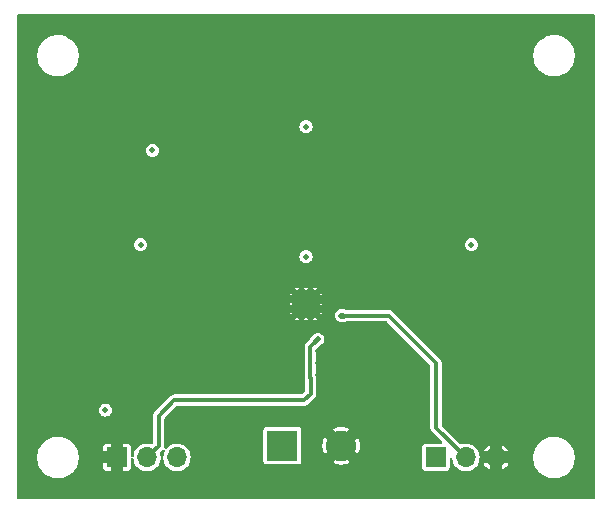
<source format=gbr>
%TF.GenerationSoftware,KiCad,Pcbnew,8.0.2*%
%TF.CreationDate,2025-01-11T01:17:19-03:00*%
%TF.ProjectId,LumiCom_Transmitter,4c756d69-436f-46d5-9f54-72616e736d69,rev?*%
%TF.SameCoordinates,Original*%
%TF.FileFunction,Copper,L4,Bot*%
%TF.FilePolarity,Positive*%
%FSLAX46Y46*%
G04 Gerber Fmt 4.6, Leading zero omitted, Abs format (unit mm)*
G04 Created by KiCad (PCBNEW 8.0.2) date 2025-01-11 01:17:19*
%MOMM*%
%LPD*%
G01*
G04 APERTURE LIST*
%TA.AperFunction,SMDPad,CuDef*%
%ADD10R,4.200000X1.350000*%
%TD*%
%TA.AperFunction,ComponentPad*%
%ADD11R,1.700000X1.700000*%
%TD*%
%TA.AperFunction,ComponentPad*%
%ADD12O,1.700000X1.700000*%
%TD*%
%TA.AperFunction,HeatsinkPad*%
%ADD13C,0.500000*%
%TD*%
%TA.AperFunction,HeatsinkPad*%
%ADD14R,2.100000X2.100000*%
%TD*%
%TA.AperFunction,SMDPad,CuDef*%
%ADD15R,1.350000X4.200000*%
%TD*%
%TA.AperFunction,ComponentPad*%
%ADD16R,2.600000X2.600000*%
%TD*%
%TA.AperFunction,ComponentPad*%
%ADD17C,2.600000*%
%TD*%
%TA.AperFunction,ViaPad*%
%ADD18C,0.500000*%
%TD*%
%TA.AperFunction,ViaPad*%
%ADD19C,0.800000*%
%TD*%
%TA.AperFunction,Conductor*%
%ADD20C,0.349300*%
%TD*%
G04 APERTURE END LIST*
D10*
%TO.P,J2,2,Ext*%
%TO.N,GND*%
X147337500Y-77825000D03*
X147337500Y-72175000D03*
%TD*%
D11*
%TO.P,JP_A1,1,A*%
%TO.N,VCC*%
X136000000Y-88000000D03*
D12*
%TO.P,JP_A1,2,C*%
%TO.N,Net-(JP_A1-C)*%
X138540000Y-88000000D03*
%TO.P,JP_A1,3,B*%
%TO.N,GND*%
X141080000Y-88000000D03*
%TD*%
D13*
%TO.P,U1,17,EPAD*%
%TO.N,GND*%
X124200000Y-74200000D03*
X124200000Y-75000000D03*
X124200000Y-75800000D03*
X125000000Y-74200000D03*
X125000000Y-75000000D03*
D14*
X125000000Y-75000000D03*
D13*
X125000000Y-75800000D03*
X125800000Y-74200000D03*
X125800000Y-75000000D03*
X125800000Y-75800000D03*
%TD*%
D11*
%TO.P,JP_A0,1,A*%
%TO.N,GND*%
X109000000Y-88000000D03*
D12*
%TO.P,JP_A0,2,C*%
%TO.N,Net-(JP_A0-C)*%
X111540000Y-88000000D03*
%TO.P,JP_A0,3,B*%
%TO.N,VCC*%
X114080000Y-88000000D03*
%TD*%
D15*
%TO.P,J5,2,Ext*%
%TO.N,GND*%
X117825000Y-52662500D03*
X112175000Y-52662500D03*
%TD*%
D10*
%TO.P,J3,2,Ext*%
%TO.N,GND*%
X103000000Y-72175000D03*
X103000000Y-77825000D03*
%TD*%
D16*
%TO.P,J1,1,Pin_1*%
%TO.N,Net-(J1-Pin_1)*%
X123000000Y-87000000D03*
D17*
%TO.P,J1,2,Pin_2*%
%TO.N,GND*%
X128000000Y-87000000D03*
%TD*%
D15*
%TO.P,J4,2,Ext*%
%TO.N,GND*%
X137825000Y-52662500D03*
X132175000Y-52662500D03*
%TD*%
D18*
%TO.N,GND*%
X129000000Y-77000000D03*
X129000000Y-79000000D03*
X123000000Y-78000000D03*
X127000000Y-78000000D03*
X126000000Y-79000000D03*
X122000000Y-82000000D03*
X128000000Y-78000000D03*
X121000000Y-79000000D03*
X121000000Y-77000000D03*
X119000000Y-81000000D03*
X119000000Y-78000000D03*
D19*
X106000000Y-78000000D03*
D18*
X121000000Y-82000000D03*
X120000000Y-78000000D03*
X120000000Y-81000000D03*
X124000000Y-81000000D03*
X120000000Y-82000000D03*
X120000000Y-80000000D03*
X111000000Y-80000000D03*
X115000000Y-84000000D03*
X123000000Y-79000000D03*
X123000000Y-77000000D03*
X125000000Y-78000000D03*
X120000000Y-77000000D03*
X119000000Y-79000000D03*
X128000000Y-79000000D03*
X124000000Y-79000000D03*
X128000000Y-81000000D03*
X122000000Y-77000000D03*
X123000000Y-81000000D03*
X131000000Y-78000000D03*
X126000000Y-80000000D03*
X119000000Y-80000000D03*
X130000000Y-80000000D03*
X131000000Y-79000000D03*
X122000000Y-78000000D03*
X124000000Y-80000000D03*
X135000000Y-84000000D03*
X131000000Y-82000000D03*
X129000000Y-78000000D03*
X114000000Y-67000000D03*
X123000000Y-80000000D03*
X130000000Y-79000000D03*
D19*
X132000000Y-56000000D03*
X118000000Y-56000000D03*
D18*
X119000000Y-82000000D03*
X122000000Y-80000000D03*
X136000000Y-67000000D03*
X127000000Y-79000000D03*
X125000000Y-65000000D03*
X129000000Y-82000000D03*
X122000000Y-79000000D03*
D19*
X112000000Y-56000000D03*
D18*
X129000000Y-81000000D03*
X119000000Y-77000000D03*
X128000000Y-77000000D03*
X128000000Y-80000000D03*
X120000000Y-79000000D03*
X126000000Y-81000000D03*
X121000000Y-80000000D03*
X139000000Y-80000000D03*
X121000000Y-78000000D03*
X122000000Y-81000000D03*
X130000000Y-81000000D03*
X127000000Y-81000000D03*
D19*
X144000000Y-78000000D03*
D18*
X128000000Y-82000000D03*
D19*
X144000000Y-72000000D03*
D18*
X131000000Y-80000000D03*
X124000000Y-78000000D03*
D19*
X106000000Y-72000000D03*
D18*
X131000000Y-81000000D03*
X130000000Y-77000000D03*
X129000000Y-80000000D03*
X123000000Y-82000000D03*
D19*
X138000000Y-56000000D03*
D18*
X130000000Y-82000000D03*
X127000000Y-82000000D03*
X103000000Y-62000000D03*
X127000000Y-80000000D03*
X130000000Y-78000000D03*
X131000000Y-77000000D03*
X121000000Y-81000000D03*
%TO.N,VCC*%
X125000000Y-60000000D03*
X112000000Y-62000000D03*
X111000000Y-70000000D03*
X125000000Y-71000000D03*
X108000000Y-84000000D03*
X139000000Y-70000000D03*
%TO.N,Net-(JP_A0-C)*%
X126000000Y-78000000D03*
%TO.N,Net-(JP_A1-C)*%
X128000000Y-76000000D03*
%TD*%
D20*
%TO.N,Net-(JP_A0-C)*%
X124852311Y-83147689D02*
X113852311Y-83147689D01*
X125400000Y-81283389D02*
X125400000Y-82600000D01*
X125375350Y-81258739D02*
X125400000Y-81283389D01*
X126000000Y-78000000D02*
X125375350Y-78624650D01*
X113852311Y-83147689D02*
X112540000Y-84460000D01*
X125400000Y-82600000D02*
X124852311Y-83147689D01*
X112540000Y-87000000D02*
X111540000Y-88000000D01*
X125375350Y-78624650D02*
X125375350Y-81258739D01*
X112540000Y-84460000D02*
X112540000Y-87000000D01*
%TO.N,Net-(JP_A1-C)*%
X136015000Y-85475000D02*
X138540000Y-88000000D01*
X136015000Y-80015000D02*
X136015000Y-85475000D01*
X132000000Y-76000000D02*
X136015000Y-80015000D01*
X128000000Y-76000000D02*
X132000000Y-76000000D01*
%TD*%
%TA.AperFunction,Conductor*%
%TO.N,GND*%
G36*
X149443039Y-50519685D02*
G01*
X149488794Y-50572489D01*
X149500000Y-50624000D01*
X149500000Y-91376000D01*
X149480315Y-91443039D01*
X149427511Y-91488794D01*
X149376000Y-91500000D01*
X100624000Y-91500000D01*
X100556961Y-91480315D01*
X100511206Y-91427511D01*
X100500000Y-91376000D01*
X100500000Y-87885258D01*
X102249500Y-87885258D01*
X102249500Y-88114741D01*
X102259803Y-88192993D01*
X102279452Y-88342238D01*
X102335712Y-88552205D01*
X102338842Y-88563887D01*
X102426650Y-88775876D01*
X102426657Y-88775890D01*
X102541392Y-88974617D01*
X102681081Y-89156661D01*
X102681089Y-89156670D01*
X102843330Y-89318911D01*
X102843338Y-89318918D01*
X103025382Y-89458607D01*
X103025385Y-89458608D01*
X103025388Y-89458611D01*
X103224112Y-89573344D01*
X103224117Y-89573346D01*
X103224123Y-89573349D01*
X103315480Y-89611190D01*
X103436113Y-89661158D01*
X103657762Y-89720548D01*
X103885266Y-89750500D01*
X103885273Y-89750500D01*
X104114727Y-89750500D01*
X104114734Y-89750500D01*
X104342238Y-89720548D01*
X104563887Y-89661158D01*
X104775888Y-89573344D01*
X104974612Y-89458611D01*
X105156661Y-89318919D01*
X105156665Y-89318914D01*
X105156670Y-89318911D01*
X105318911Y-89156670D01*
X105318914Y-89156665D01*
X105318919Y-89156661D01*
X105458611Y-88974612D01*
X105504699Y-88894785D01*
X107850001Y-88894785D01*
X107850002Y-88894808D01*
X107852908Y-88919869D01*
X107852909Y-88919873D01*
X107898211Y-89022474D01*
X107898214Y-89022479D01*
X107977520Y-89101785D01*
X107977525Y-89101788D01*
X108080123Y-89147089D01*
X108105206Y-89149999D01*
X108499999Y-89149999D01*
X108500000Y-89149998D01*
X108500000Y-88500000D01*
X107850001Y-88500000D01*
X107850001Y-88894785D01*
X105504699Y-88894785D01*
X105573344Y-88775888D01*
X105661158Y-88563887D01*
X105720548Y-88342238D01*
X105750500Y-88114734D01*
X105750500Y-87934174D01*
X108500000Y-87934174D01*
X108500000Y-88065826D01*
X108534075Y-88192993D01*
X108599901Y-88307007D01*
X108692993Y-88400099D01*
X108807007Y-88465925D01*
X108934174Y-88500000D01*
X109065826Y-88500000D01*
X109192993Y-88465925D01*
X109307007Y-88400099D01*
X109400099Y-88307007D01*
X109465925Y-88192993D01*
X109500000Y-88065826D01*
X109500000Y-89149999D01*
X109894786Y-89149999D01*
X109894808Y-89149997D01*
X109919869Y-89147091D01*
X109919873Y-89147090D01*
X110022474Y-89101788D01*
X110022479Y-89101785D01*
X110101785Y-89022479D01*
X110101788Y-89022474D01*
X110147089Y-88919877D01*
X110147089Y-88919875D01*
X110149999Y-88894794D01*
X110149999Y-88150653D01*
X110169683Y-88083614D01*
X110222487Y-88037859D01*
X110291646Y-88027915D01*
X110355202Y-88056940D01*
X110392976Y-88115718D01*
X110397470Y-88139211D01*
X110402454Y-88192993D01*
X110404244Y-88212310D01*
X110457675Y-88400099D01*
X110462596Y-88417392D01*
X110462596Y-88417394D01*
X110557632Y-88608253D01*
X110684227Y-88775890D01*
X110686128Y-88778407D01*
X110843698Y-88922052D01*
X111024981Y-89034298D01*
X111223802Y-89111321D01*
X111433390Y-89150500D01*
X111433392Y-89150500D01*
X111646608Y-89150500D01*
X111646610Y-89150500D01*
X111856198Y-89111321D01*
X112055019Y-89034298D01*
X112236302Y-88922052D01*
X112393872Y-88778407D01*
X112522366Y-88608255D01*
X112524013Y-88604947D01*
X112617403Y-88417394D01*
X112617403Y-88417393D01*
X112617405Y-88417389D01*
X112675756Y-88212310D01*
X112686529Y-88096047D01*
X112712315Y-88031111D01*
X112756869Y-87999194D01*
X112720497Y-87978331D01*
X112688307Y-87916318D01*
X112686529Y-87903951D01*
X112684798Y-87885272D01*
X112675756Y-87787690D01*
X112639993Y-87661998D01*
X112640579Y-87592132D01*
X112671576Y-87540385D01*
X112821539Y-87390423D01*
X112821544Y-87390419D01*
X112831747Y-87380215D01*
X112831749Y-87380215D01*
X112835261Y-87376702D01*
X112896580Y-87343217D01*
X112966272Y-87348199D01*
X113022207Y-87390068D01*
X113046627Y-87455531D01*
X113033944Y-87519653D01*
X113002595Y-87582610D01*
X112944244Y-87787689D01*
X112933471Y-87903951D01*
X112907685Y-87968888D01*
X112863130Y-88000804D01*
X112899503Y-88021668D01*
X112931693Y-88083681D01*
X112933470Y-88096047D01*
X112944244Y-88212310D01*
X112997675Y-88400099D01*
X113002596Y-88417392D01*
X113002596Y-88417394D01*
X113097632Y-88608253D01*
X113224227Y-88775890D01*
X113226128Y-88778407D01*
X113383698Y-88922052D01*
X113564981Y-89034298D01*
X113763802Y-89111321D01*
X113973390Y-89150500D01*
X113973392Y-89150500D01*
X114186608Y-89150500D01*
X114186610Y-89150500D01*
X114396198Y-89111321D01*
X114595019Y-89034298D01*
X114776302Y-88922052D01*
X114933872Y-88778407D01*
X115062366Y-88608255D01*
X115064013Y-88604947D01*
X115157403Y-88417394D01*
X115157403Y-88417393D01*
X115157405Y-88417389D01*
X115215756Y-88212310D01*
X115235429Y-88000000D01*
X115215756Y-87787690D01*
X115157405Y-87582611D01*
X115157403Y-87582606D01*
X115157403Y-87582605D01*
X115062367Y-87391746D01*
X114933872Y-87221593D01*
X114894301Y-87185519D01*
X114776302Y-87077948D01*
X114595019Y-86965702D01*
X114595017Y-86965701D01*
X114484967Y-86923068D01*
X114396198Y-86888679D01*
X114186610Y-86849500D01*
X113973390Y-86849500D01*
X113763802Y-86888679D01*
X113763799Y-86888679D01*
X113763799Y-86888680D01*
X113564982Y-86965701D01*
X113564980Y-86965702D01*
X113383699Y-87077947D01*
X113226124Y-87221596D01*
X113216452Y-87234404D01*
X113160342Y-87276038D01*
X113090630Y-87280727D01*
X113029449Y-87246983D01*
X112996224Y-87185519D01*
X112997727Y-87127579D01*
X113003742Y-87105131D01*
X113015151Y-87062555D01*
X113015151Y-86937445D01*
X113015151Y-86929850D01*
X113015150Y-86929832D01*
X113015150Y-85655131D01*
X121399500Y-85655131D01*
X121399500Y-88344856D01*
X121399502Y-88344882D01*
X121402413Y-88369987D01*
X121402415Y-88369991D01*
X121447793Y-88472764D01*
X121447794Y-88472765D01*
X121527235Y-88552206D01*
X121630009Y-88597585D01*
X121655135Y-88600500D01*
X124344864Y-88600499D01*
X124344879Y-88600497D01*
X124344882Y-88600497D01*
X124369987Y-88597586D01*
X124369988Y-88597585D01*
X124369991Y-88597585D01*
X124472765Y-88552206D01*
X124552206Y-88472765D01*
X124570341Y-88431693D01*
X127275411Y-88431693D01*
X127504044Y-88526396D01*
X127748927Y-88585187D01*
X128000000Y-88604947D01*
X128251072Y-88585187D01*
X128495956Y-88526396D01*
X128724587Y-88431693D01*
X128000000Y-87707107D01*
X127275411Y-88431693D01*
X124570341Y-88431693D01*
X124597585Y-88369991D01*
X124600500Y-88344865D01*
X124600499Y-87000000D01*
X126395052Y-87000000D01*
X126414812Y-87251072D01*
X126473604Y-87495957D01*
X126473604Y-87495959D01*
X126568304Y-87724586D01*
X127292893Y-87000000D01*
X127228874Y-86935981D01*
X127350000Y-86935981D01*
X127350000Y-87064019D01*
X127374979Y-87189598D01*
X127423978Y-87307890D01*
X127495112Y-87414351D01*
X127585649Y-87504888D01*
X127692110Y-87576022D01*
X127810402Y-87625021D01*
X127935981Y-87650000D01*
X128064019Y-87650000D01*
X128189598Y-87625021D01*
X128307890Y-87576022D01*
X128414351Y-87504888D01*
X128504888Y-87414351D01*
X128576022Y-87307890D01*
X128625021Y-87189598D01*
X128650000Y-87064019D01*
X128650000Y-86999999D01*
X128707107Y-86999999D01*
X128707107Y-87000001D01*
X129431693Y-87724587D01*
X129526396Y-87495956D01*
X129585187Y-87251072D01*
X129604947Y-87000000D01*
X129585187Y-86748927D01*
X129526396Y-86504044D01*
X129431693Y-86275411D01*
X128707107Y-86999999D01*
X128650000Y-86999999D01*
X128650000Y-86935981D01*
X128625021Y-86810402D01*
X128576022Y-86692110D01*
X128504888Y-86585649D01*
X128414351Y-86495112D01*
X128307890Y-86423978D01*
X128189598Y-86374979D01*
X128064019Y-86350000D01*
X127935981Y-86350000D01*
X127810402Y-86374979D01*
X127692110Y-86423978D01*
X127585649Y-86495112D01*
X127495112Y-86585649D01*
X127423978Y-86692110D01*
X127374979Y-86810402D01*
X127350000Y-86935981D01*
X127228874Y-86935981D01*
X126568304Y-86275411D01*
X126473604Y-86504040D01*
X126473604Y-86504042D01*
X126414812Y-86748927D01*
X126395052Y-87000000D01*
X124600499Y-87000000D01*
X124600499Y-85655136D01*
X124600497Y-85655117D01*
X124597586Y-85630012D01*
X124597585Y-85630010D01*
X124597585Y-85630009D01*
X124570340Y-85568304D01*
X127275411Y-85568304D01*
X128000000Y-86292893D01*
X128000001Y-86292893D01*
X128724587Y-85568304D01*
X128495958Y-85473604D01*
X128251072Y-85414812D01*
X128000000Y-85395052D01*
X127748927Y-85414812D01*
X127504042Y-85473604D01*
X127504040Y-85473604D01*
X127275411Y-85568304D01*
X124570340Y-85568304D01*
X124552206Y-85527235D01*
X124472765Y-85447794D01*
X124398068Y-85414812D01*
X124369992Y-85402415D01*
X124344865Y-85399500D01*
X121655143Y-85399500D01*
X121655117Y-85399502D01*
X121630012Y-85402413D01*
X121630008Y-85402415D01*
X121527235Y-85447793D01*
X121447794Y-85527234D01*
X121402415Y-85630006D01*
X121402415Y-85630008D01*
X121399500Y-85655131D01*
X113015150Y-85655131D01*
X113015150Y-84708176D01*
X113034835Y-84641137D01*
X113051469Y-84620495D01*
X114012806Y-83659158D01*
X114074129Y-83625673D01*
X114100487Y-83622839D01*
X124914863Y-83622839D01*
X124914866Y-83622839D01*
X125035712Y-83590458D01*
X125144060Y-83527904D01*
X125780215Y-82891749D01*
X125842769Y-82783401D01*
X125875150Y-82662555D01*
X125875150Y-82537445D01*
X125875150Y-81220834D01*
X125854725Y-81144607D01*
X125850500Y-81112514D01*
X125850500Y-78872825D01*
X125870185Y-78805786D01*
X125886818Y-78785145D01*
X125937767Y-78734195D01*
X125955101Y-78720622D01*
X125954846Y-78720276D01*
X126130580Y-78590570D01*
X126347300Y-78430617D01*
X126364758Y-78416719D01*
X126364762Y-78416716D01*
X126366041Y-78415619D01*
X126366044Y-78415616D01*
X126366050Y-78415611D01*
X126376148Y-78406075D01*
X126385787Y-78397863D01*
X126392621Y-78392621D01*
X126480861Y-78277625D01*
X126536330Y-78143709D01*
X126555250Y-78000000D01*
X126536330Y-77856291D01*
X126480861Y-77722375D01*
X126392621Y-77607379D01*
X126277625Y-77519139D01*
X126277624Y-77519138D01*
X126277622Y-77519137D01*
X126143712Y-77463671D01*
X126143710Y-77463670D01*
X126143709Y-77463670D01*
X126071854Y-77454210D01*
X126000001Y-77444750D01*
X125999999Y-77444750D01*
X125856291Y-77463670D01*
X125856287Y-77463671D01*
X125722377Y-77519137D01*
X125607375Y-77607382D01*
X125586969Y-77633974D01*
X125573152Y-77649183D01*
X125569387Y-77652692D01*
X125569376Y-77652704D01*
X125323570Y-77985743D01*
X125323571Y-77985744D01*
X125280204Y-78044502D01*
X125280004Y-78044355D01*
X125265861Y-78062173D01*
X125066160Y-78261875D01*
X125066159Y-78261875D01*
X125066160Y-78261876D01*
X124995133Y-78332902D01*
X124932581Y-78441248D01*
X124932581Y-78441249D01*
X124900200Y-78562095D01*
X124900200Y-81196184D01*
X124900200Y-81321294D01*
X124920625Y-81397519D01*
X124924850Y-81429613D01*
X124924850Y-82351824D01*
X124905165Y-82418863D01*
X124888531Y-82439505D01*
X124691816Y-82636220D01*
X124630493Y-82669705D01*
X124604135Y-82672539D01*
X113914866Y-82672539D01*
X113789756Y-82672539D01*
X113699121Y-82696824D01*
X113668909Y-82704920D01*
X113560563Y-82767473D01*
X113560560Y-82767475D01*
X112159786Y-84168249D01*
X112159784Y-84168252D01*
X112097231Y-84276598D01*
X112097231Y-84276599D01*
X112064850Y-84397445D01*
X112064850Y-84397447D01*
X112064850Y-86751824D01*
X112045165Y-86818863D01*
X112028534Y-86839501D01*
X112015128Y-86852908D01*
X112002099Y-86865937D01*
X111940775Y-86899421D01*
X111871083Y-86894435D01*
X111869626Y-86893881D01*
X111856198Y-86888679D01*
X111646610Y-86849500D01*
X111433390Y-86849500D01*
X111223802Y-86888679D01*
X111223799Y-86888679D01*
X111223799Y-86888680D01*
X111024982Y-86965701D01*
X111024980Y-86965702D01*
X110843699Y-87077947D01*
X110686127Y-87221593D01*
X110557632Y-87391746D01*
X110462596Y-87582605D01*
X110462596Y-87582607D01*
X110404244Y-87787689D01*
X110397470Y-87860790D01*
X110371683Y-87925727D01*
X110314883Y-87966414D01*
X110245102Y-87969934D01*
X110184496Y-87935168D01*
X110152306Y-87873155D01*
X110149999Y-87849348D01*
X110149999Y-87105214D01*
X110149997Y-87105191D01*
X110147091Y-87080130D01*
X110147090Y-87080126D01*
X110101788Y-86977525D01*
X110101785Y-86977520D01*
X110022479Y-86898214D01*
X110022474Y-86898211D01*
X109919876Y-86852910D01*
X109894794Y-86850000D01*
X109500000Y-86850000D01*
X109500000Y-87934174D01*
X109465925Y-87807007D01*
X109400099Y-87692993D01*
X109307007Y-87599901D01*
X109192993Y-87534075D01*
X109065826Y-87500000D01*
X108934174Y-87500000D01*
X108807007Y-87534075D01*
X108692993Y-87599901D01*
X108599901Y-87692993D01*
X108534075Y-87807007D01*
X108500000Y-87934174D01*
X105750500Y-87934174D01*
X105750500Y-87885266D01*
X105720548Y-87657762D01*
X105661158Y-87436113D01*
X105594853Y-87276038D01*
X105573349Y-87224123D01*
X105573346Y-87224117D01*
X105573344Y-87224112D01*
X105504693Y-87105205D01*
X107850000Y-87105205D01*
X107850000Y-87500000D01*
X108500000Y-87500000D01*
X108500000Y-86850000D01*
X108105214Y-86850000D01*
X108105191Y-86850002D01*
X108080130Y-86852908D01*
X108080126Y-86852909D01*
X107977525Y-86898211D01*
X107977520Y-86898214D01*
X107898214Y-86977520D01*
X107898211Y-86977525D01*
X107852910Y-87080122D01*
X107852910Y-87080124D01*
X107850000Y-87105205D01*
X105504693Y-87105205D01*
X105458611Y-87025388D01*
X105458608Y-87025385D01*
X105458607Y-87025382D01*
X105326262Y-86852909D01*
X105318919Y-86843339D01*
X105318918Y-86843338D01*
X105318911Y-86843330D01*
X105156670Y-86681089D01*
X105156661Y-86681081D01*
X104974617Y-86541392D01*
X104775890Y-86426657D01*
X104775876Y-86426650D01*
X104563887Y-86338842D01*
X104342238Y-86279452D01*
X104304215Y-86274446D01*
X104114741Y-86249500D01*
X104114734Y-86249500D01*
X103885266Y-86249500D01*
X103885258Y-86249500D01*
X103668715Y-86278009D01*
X103657762Y-86279452D01*
X103607599Y-86292893D01*
X103436112Y-86338842D01*
X103224123Y-86426650D01*
X103224109Y-86426657D01*
X103025382Y-86541392D01*
X102843338Y-86681081D01*
X102681081Y-86843338D01*
X102541392Y-87025382D01*
X102426657Y-87224109D01*
X102426650Y-87224123D01*
X102347856Y-87414351D01*
X102338842Y-87436113D01*
X102294472Y-87601708D01*
X102279453Y-87657759D01*
X102279451Y-87657770D01*
X102249500Y-87885258D01*
X100500000Y-87885258D01*
X100500000Y-83999999D01*
X107444750Y-83999999D01*
X107444750Y-84000000D01*
X107463670Y-84143708D01*
X107463671Y-84143712D01*
X107519137Y-84277622D01*
X107519138Y-84277624D01*
X107519139Y-84277625D01*
X107607379Y-84392621D01*
X107722375Y-84480861D01*
X107856291Y-84536330D01*
X107983280Y-84553048D01*
X107999999Y-84555250D01*
X108000000Y-84555250D01*
X108000001Y-84555250D01*
X108014977Y-84553278D01*
X108143709Y-84536330D01*
X108277625Y-84480861D01*
X108392621Y-84392621D01*
X108480861Y-84277625D01*
X108536330Y-84143709D01*
X108555250Y-84000000D01*
X108536330Y-83856291D01*
X108480861Y-83722375D01*
X108392621Y-83607379D01*
X108277625Y-83519139D01*
X108277624Y-83519138D01*
X108277622Y-83519137D01*
X108143712Y-83463671D01*
X108143710Y-83463670D01*
X108143709Y-83463670D01*
X108071854Y-83454210D01*
X108000001Y-83444750D01*
X107999999Y-83444750D01*
X107856291Y-83463670D01*
X107856287Y-83463671D01*
X107722377Y-83519137D01*
X107607379Y-83607379D01*
X107519137Y-83722377D01*
X107463671Y-83856287D01*
X107463670Y-83856291D01*
X107444750Y-83999999D01*
X100500000Y-83999999D01*
X100500000Y-76324503D01*
X124029048Y-76324503D01*
X124029048Y-76324504D01*
X124056420Y-76335842D01*
X124199999Y-76354746D01*
X124200001Y-76354746D01*
X124343574Y-76335843D01*
X124343578Y-76335842D01*
X124370951Y-76324503D01*
X124829048Y-76324503D01*
X124829048Y-76324504D01*
X124856420Y-76335842D01*
X124999999Y-76354746D01*
X125000001Y-76354746D01*
X125143574Y-76335843D01*
X125143578Y-76335842D01*
X125170951Y-76324503D01*
X125629048Y-76324503D01*
X125629048Y-76324504D01*
X125656420Y-76335842D01*
X125799999Y-76354746D01*
X125800001Y-76354746D01*
X125943574Y-76335843D01*
X125943578Y-76335842D01*
X125970951Y-76324503D01*
X125800001Y-76153553D01*
X125629048Y-76324503D01*
X125170951Y-76324503D01*
X125000001Y-76153553D01*
X124829048Y-76324503D01*
X124370951Y-76324503D01*
X124200001Y-76153553D01*
X124029048Y-76324503D01*
X100500000Y-76324503D01*
X100500000Y-75999999D01*
X127444750Y-75999999D01*
X127444750Y-76000000D01*
X127463670Y-76143708D01*
X127463671Y-76143712D01*
X127519137Y-76277622D01*
X127519138Y-76277624D01*
X127519139Y-76277625D01*
X127607379Y-76392621D01*
X127722375Y-76480861D01*
X127856291Y-76536330D01*
X128000000Y-76555250D01*
X128033234Y-76550873D01*
X128053790Y-76549890D01*
X128058914Y-76550071D01*
X128240534Y-76522700D01*
X128540445Y-76477505D01*
X128540481Y-76477749D01*
X128563083Y-76475150D01*
X131751824Y-76475150D01*
X131818863Y-76494835D01*
X131839505Y-76511469D01*
X135503531Y-80175495D01*
X135537016Y-80236818D01*
X135539850Y-80263176D01*
X135539850Y-85412445D01*
X135539850Y-85537555D01*
X135564623Y-85630008D01*
X135572231Y-85658401D01*
X135634784Y-85766747D01*
X135634786Y-85766750D01*
X136505855Y-86637819D01*
X136539340Y-86699142D01*
X136534356Y-86768834D01*
X136492484Y-86824767D01*
X136427020Y-86849184D01*
X136418174Y-86849500D01*
X135105143Y-86849500D01*
X135105117Y-86849502D01*
X135080012Y-86852413D01*
X135080008Y-86852415D01*
X134977235Y-86897793D01*
X134897794Y-86977234D01*
X134852415Y-87080006D01*
X134852415Y-87080008D01*
X134849500Y-87105131D01*
X134849500Y-88894856D01*
X134849502Y-88894882D01*
X134852413Y-88919987D01*
X134852415Y-88919991D01*
X134897793Y-89022764D01*
X134897794Y-89022765D01*
X134977235Y-89102206D01*
X135080009Y-89147585D01*
X135105135Y-89150500D01*
X136894864Y-89150499D01*
X136894879Y-89150497D01*
X136894882Y-89150497D01*
X136919987Y-89147586D01*
X136919988Y-89147585D01*
X136919991Y-89147585D01*
X137022765Y-89102206D01*
X137102206Y-89022765D01*
X137147585Y-88919991D01*
X137150500Y-88894865D01*
X137150499Y-88156046D01*
X137170183Y-88089009D01*
X137222987Y-88043254D01*
X137292146Y-88033310D01*
X137355702Y-88062335D01*
X137393476Y-88121113D01*
X137397970Y-88144606D01*
X137402454Y-88192993D01*
X137404244Y-88212310D01*
X137457675Y-88400099D01*
X137462596Y-88417392D01*
X137462596Y-88417394D01*
X137557632Y-88608253D01*
X137684227Y-88775890D01*
X137686128Y-88778407D01*
X137843698Y-88922052D01*
X138024981Y-89034298D01*
X138223802Y-89111321D01*
X138433390Y-89150500D01*
X138433392Y-89150500D01*
X138646608Y-89150500D01*
X138646610Y-89150500D01*
X138856198Y-89111321D01*
X139055019Y-89034298D01*
X139236302Y-88922052D01*
X139393872Y-88778407D01*
X139522366Y-88608255D01*
X139524013Y-88604947D01*
X139576270Y-88500000D01*
X140044288Y-88500000D01*
X140098059Y-88607989D01*
X140226500Y-88778071D01*
X140384000Y-88921651D01*
X140384002Y-88921653D01*
X140565202Y-89033847D01*
X140565204Y-89033848D01*
X140580000Y-89039579D01*
X140580000Y-89039578D01*
X141580000Y-89039578D01*
X141594795Y-89033848D01*
X141594797Y-89033847D01*
X141775997Y-88921653D01*
X141775999Y-88921651D01*
X141933499Y-88778071D01*
X142061940Y-88607989D01*
X142115712Y-88500000D01*
X141580000Y-88500000D01*
X141580000Y-89039578D01*
X140580000Y-89039578D01*
X140580000Y-88500000D01*
X140044288Y-88500000D01*
X139576270Y-88500000D01*
X139617403Y-88417394D01*
X139617403Y-88417393D01*
X139617405Y-88417389D01*
X139675756Y-88212310D01*
X139695429Y-88000000D01*
X139689329Y-87934174D01*
X140580000Y-87934174D01*
X140580000Y-88065826D01*
X140614075Y-88192993D01*
X140679901Y-88307007D01*
X140772993Y-88400099D01*
X140887007Y-88465925D01*
X141014174Y-88500000D01*
X141145826Y-88500000D01*
X141272993Y-88465925D01*
X141387007Y-88400099D01*
X141480099Y-88307007D01*
X141545925Y-88192993D01*
X141580000Y-88065826D01*
X141580000Y-87934174D01*
X141566893Y-87885258D01*
X144249500Y-87885258D01*
X144249500Y-88114741D01*
X144259803Y-88192993D01*
X144279452Y-88342238D01*
X144335712Y-88552205D01*
X144338842Y-88563887D01*
X144426650Y-88775876D01*
X144426657Y-88775890D01*
X144541392Y-88974617D01*
X144681081Y-89156661D01*
X144681089Y-89156670D01*
X144843330Y-89318911D01*
X144843338Y-89318918D01*
X145025382Y-89458607D01*
X145025385Y-89458608D01*
X145025388Y-89458611D01*
X145224112Y-89573344D01*
X145224117Y-89573346D01*
X145224123Y-89573349D01*
X145315480Y-89611190D01*
X145436113Y-89661158D01*
X145657762Y-89720548D01*
X145885266Y-89750500D01*
X145885273Y-89750500D01*
X146114727Y-89750500D01*
X146114734Y-89750500D01*
X146342238Y-89720548D01*
X146563887Y-89661158D01*
X146775888Y-89573344D01*
X146974612Y-89458611D01*
X147156661Y-89318919D01*
X147156665Y-89318914D01*
X147156670Y-89318911D01*
X147318911Y-89156670D01*
X147318914Y-89156665D01*
X147318919Y-89156661D01*
X147458611Y-88974612D01*
X147573344Y-88775888D01*
X147661158Y-88563887D01*
X147720548Y-88342238D01*
X147750500Y-88114734D01*
X147750500Y-87885266D01*
X147720548Y-87657762D01*
X147661158Y-87436113D01*
X147594853Y-87276038D01*
X147573349Y-87224123D01*
X147573346Y-87224117D01*
X147573344Y-87224112D01*
X147458611Y-87025388D01*
X147458608Y-87025385D01*
X147458607Y-87025382D01*
X147326262Y-86852909D01*
X147318919Y-86843339D01*
X147318918Y-86843338D01*
X147318911Y-86843330D01*
X147156670Y-86681089D01*
X147156661Y-86681081D01*
X146974617Y-86541392D01*
X146775890Y-86426657D01*
X146775876Y-86426650D01*
X146563887Y-86338842D01*
X146342238Y-86279452D01*
X146304215Y-86274446D01*
X146114741Y-86249500D01*
X146114734Y-86249500D01*
X145885266Y-86249500D01*
X145885258Y-86249500D01*
X145668715Y-86278009D01*
X145657762Y-86279452D01*
X145607599Y-86292893D01*
X145436112Y-86338842D01*
X145224123Y-86426650D01*
X145224109Y-86426657D01*
X145025382Y-86541392D01*
X144843338Y-86681081D01*
X144681081Y-86843338D01*
X144541392Y-87025382D01*
X144426657Y-87224109D01*
X144426650Y-87224123D01*
X144347856Y-87414351D01*
X144338842Y-87436113D01*
X144294472Y-87601708D01*
X144279453Y-87657759D01*
X144279451Y-87657770D01*
X144249500Y-87885258D01*
X141566893Y-87885258D01*
X141545925Y-87807007D01*
X141480099Y-87692993D01*
X141387007Y-87599901D01*
X141272993Y-87534075D01*
X141145826Y-87500000D01*
X141580000Y-87500000D01*
X142115712Y-87500000D01*
X142115712Y-87499999D01*
X142061940Y-87392010D01*
X141933499Y-87221928D01*
X141775999Y-87078348D01*
X141775997Y-87078346D01*
X141594801Y-86966155D01*
X141594793Y-86966151D01*
X141580000Y-86960419D01*
X141580000Y-87500000D01*
X141145826Y-87500000D01*
X141014174Y-87500000D01*
X140887007Y-87534075D01*
X140772993Y-87599901D01*
X140679901Y-87692993D01*
X140614075Y-87807007D01*
X140580000Y-87934174D01*
X139689329Y-87934174D01*
X139675756Y-87787690D01*
X139617405Y-87582611D01*
X139617403Y-87582606D01*
X139617403Y-87582605D01*
X139576270Y-87499999D01*
X140044287Y-87499999D01*
X140044288Y-87500000D01*
X140580000Y-87500000D01*
X140580000Y-86960420D01*
X140579999Y-86960419D01*
X140565206Y-86966151D01*
X140565198Y-86966155D01*
X140384002Y-87078346D01*
X140384000Y-87078348D01*
X140226500Y-87221928D01*
X140098059Y-87392010D01*
X140044287Y-87499999D01*
X139576270Y-87499999D01*
X139522367Y-87391746D01*
X139393872Y-87221593D01*
X139354301Y-87185519D01*
X139236302Y-87077948D01*
X139055019Y-86965702D01*
X139055017Y-86965701D01*
X138944967Y-86923068D01*
X138856198Y-86888679D01*
X138646610Y-86849500D01*
X138433390Y-86849500D01*
X138223802Y-86888679D01*
X138210377Y-86893880D01*
X138210374Y-86893881D01*
X138140750Y-86899743D01*
X138079010Y-86867033D01*
X138077899Y-86865935D01*
X136526469Y-85314505D01*
X136492984Y-85253182D01*
X136490150Y-85226824D01*
X136490150Y-79952447D01*
X136490150Y-79952445D01*
X136457769Y-79831599D01*
X136395215Y-79723251D01*
X136306749Y-79634785D01*
X132291749Y-75619785D01*
X132183401Y-75557231D01*
X132183402Y-75557231D01*
X132153189Y-75549135D01*
X132062555Y-75524850D01*
X132062552Y-75524850D01*
X128563165Y-75524850D01*
X128541301Y-75522192D01*
X128541238Y-75522615D01*
X128535572Y-75521761D01*
X128535569Y-75521760D01*
X128058903Y-75449927D01*
X128058901Y-75449926D01*
X128058896Y-75449926D01*
X128044744Y-75448316D01*
X128036851Y-75447419D01*
X128035164Y-75447289D01*
X128032659Y-75447216D01*
X128021140Y-75446883D01*
X128008551Y-75445875D01*
X128000003Y-75444750D01*
X127999999Y-75444750D01*
X127856291Y-75463670D01*
X127856287Y-75463671D01*
X127722377Y-75519137D01*
X127607379Y-75607379D01*
X127519137Y-75722377D01*
X127463671Y-75856287D01*
X127463670Y-75856291D01*
X127444750Y-75999999D01*
X100500000Y-75999999D01*
X100500000Y-75799999D01*
X123645254Y-75799999D01*
X123645254Y-75800000D01*
X123664157Y-75943579D01*
X123664157Y-75943580D01*
X123675494Y-75970950D01*
X123846446Y-75799999D01*
X123816610Y-75770163D01*
X124050000Y-75770163D01*
X124050000Y-75829837D01*
X124072836Y-75884968D01*
X124115032Y-75927164D01*
X124170163Y-75950000D01*
X124229837Y-75950000D01*
X124284968Y-75927164D01*
X124327164Y-75884968D01*
X124350000Y-75829837D01*
X124350000Y-75800000D01*
X124553553Y-75800000D01*
X124600000Y-75846447D01*
X124646447Y-75800000D01*
X124616610Y-75770163D01*
X124850000Y-75770163D01*
X124850000Y-75829837D01*
X124872836Y-75884968D01*
X124915032Y-75927164D01*
X124970163Y-75950000D01*
X125029837Y-75950000D01*
X125084968Y-75927164D01*
X125127164Y-75884968D01*
X125150000Y-75829837D01*
X125150000Y-75800000D01*
X125353553Y-75800000D01*
X125400000Y-75846447D01*
X125446447Y-75800000D01*
X125416610Y-75770163D01*
X125650000Y-75770163D01*
X125650000Y-75829837D01*
X125672836Y-75884968D01*
X125715032Y-75927164D01*
X125770163Y-75950000D01*
X125829837Y-75950000D01*
X125884968Y-75927164D01*
X125927164Y-75884968D01*
X125950000Y-75829837D01*
X125950000Y-75800000D01*
X126153553Y-75800000D01*
X126153553Y-75800001D01*
X126324503Y-75970951D01*
X126335842Y-75943578D01*
X126335843Y-75943574D01*
X126354746Y-75800000D01*
X126354746Y-75799999D01*
X126335842Y-75656420D01*
X126324504Y-75629048D01*
X126324503Y-75629048D01*
X126153553Y-75800000D01*
X125950000Y-75800000D01*
X125950000Y-75770163D01*
X125927164Y-75715032D01*
X125884968Y-75672836D01*
X125829837Y-75650000D01*
X125770163Y-75650000D01*
X125715032Y-75672836D01*
X125672836Y-75715032D01*
X125650000Y-75770163D01*
X125416610Y-75770163D01*
X125400000Y-75753553D01*
X125353553Y-75800000D01*
X125150000Y-75800000D01*
X125150000Y-75770163D01*
X125127164Y-75715032D01*
X125084968Y-75672836D01*
X125029837Y-75650000D01*
X124970163Y-75650000D01*
X124915032Y-75672836D01*
X124872836Y-75715032D01*
X124850000Y-75770163D01*
X124616610Y-75770163D01*
X124600000Y-75753553D01*
X124553553Y-75800000D01*
X124350000Y-75800000D01*
X124350000Y-75770163D01*
X124327164Y-75715032D01*
X124284968Y-75672836D01*
X124229837Y-75650000D01*
X124170163Y-75650000D01*
X124115032Y-75672836D01*
X124072836Y-75715032D01*
X124050000Y-75770163D01*
X123816610Y-75770163D01*
X123675495Y-75629048D01*
X123664156Y-75656422D01*
X123645254Y-75799999D01*
X100500000Y-75799999D01*
X100500000Y-75400000D01*
X124153553Y-75400000D01*
X124200000Y-75446447D01*
X124246447Y-75400000D01*
X124953553Y-75400000D01*
X125000000Y-75446447D01*
X125046447Y-75400000D01*
X125753553Y-75400000D01*
X125800000Y-75446447D01*
X125846447Y-75400000D01*
X125800000Y-75353553D01*
X125753553Y-75400000D01*
X125046447Y-75400000D01*
X125000000Y-75353553D01*
X124953553Y-75400000D01*
X124246447Y-75400000D01*
X124200000Y-75353553D01*
X124153553Y-75400000D01*
X100500000Y-75400000D01*
X100500000Y-74999999D01*
X123645254Y-74999999D01*
X123645254Y-75000000D01*
X123664157Y-75143579D01*
X123664157Y-75143580D01*
X123675494Y-75170950D01*
X123846446Y-74999999D01*
X123816610Y-74970163D01*
X124050000Y-74970163D01*
X124050000Y-75029837D01*
X124072836Y-75084968D01*
X124115032Y-75127164D01*
X124170163Y-75150000D01*
X124229837Y-75150000D01*
X124284968Y-75127164D01*
X124327164Y-75084968D01*
X124350000Y-75029837D01*
X124350000Y-75000000D01*
X124553553Y-75000000D01*
X124600000Y-75046447D01*
X124646447Y-75000000D01*
X124616610Y-74970163D01*
X124850000Y-74970163D01*
X124850000Y-75029837D01*
X124872836Y-75084968D01*
X124915032Y-75127164D01*
X124970163Y-75150000D01*
X125029837Y-75150000D01*
X125084968Y-75127164D01*
X125127164Y-75084968D01*
X125150000Y-75029837D01*
X125150000Y-75000000D01*
X125353553Y-75000000D01*
X125400000Y-75046447D01*
X125446447Y-75000000D01*
X125416610Y-74970163D01*
X125650000Y-74970163D01*
X125650000Y-75029837D01*
X125672836Y-75084968D01*
X125715032Y-75127164D01*
X125770163Y-75150000D01*
X125829837Y-75150000D01*
X125884968Y-75127164D01*
X125927164Y-75084968D01*
X125950000Y-75029837D01*
X125950000Y-75000000D01*
X126153553Y-75000000D01*
X126153553Y-75000001D01*
X126324503Y-75170951D01*
X126335842Y-75143578D01*
X126335843Y-75143574D01*
X126354746Y-75000000D01*
X126354746Y-74999999D01*
X126335842Y-74856420D01*
X126324504Y-74829048D01*
X126324503Y-74829048D01*
X126153553Y-75000000D01*
X125950000Y-75000000D01*
X125950000Y-74970163D01*
X125927164Y-74915032D01*
X125884968Y-74872836D01*
X125829837Y-74850000D01*
X125770163Y-74850000D01*
X125715032Y-74872836D01*
X125672836Y-74915032D01*
X125650000Y-74970163D01*
X125416610Y-74970163D01*
X125400000Y-74953553D01*
X125353553Y-75000000D01*
X125150000Y-75000000D01*
X125150000Y-74970163D01*
X125127164Y-74915032D01*
X125084968Y-74872836D01*
X125029837Y-74850000D01*
X124970163Y-74850000D01*
X124915032Y-74872836D01*
X124872836Y-74915032D01*
X124850000Y-74970163D01*
X124616610Y-74970163D01*
X124600000Y-74953553D01*
X124553553Y-75000000D01*
X124350000Y-75000000D01*
X124350000Y-74970163D01*
X124327164Y-74915032D01*
X124284968Y-74872836D01*
X124229837Y-74850000D01*
X124170163Y-74850000D01*
X124115032Y-74872836D01*
X124072836Y-74915032D01*
X124050000Y-74970163D01*
X123816610Y-74970163D01*
X123675495Y-74829048D01*
X123664156Y-74856422D01*
X123645254Y-74999999D01*
X100500000Y-74999999D01*
X100500000Y-74600000D01*
X124153553Y-74600000D01*
X124200000Y-74646447D01*
X124246447Y-74600000D01*
X124953553Y-74600000D01*
X125000000Y-74646447D01*
X125046447Y-74600000D01*
X125753553Y-74600000D01*
X125800000Y-74646447D01*
X125846447Y-74600000D01*
X125800000Y-74553553D01*
X125753553Y-74600000D01*
X125046447Y-74600000D01*
X125000000Y-74553553D01*
X124953553Y-74600000D01*
X124246447Y-74600000D01*
X124200000Y-74553553D01*
X124153553Y-74600000D01*
X100500000Y-74600000D01*
X100500000Y-74199999D01*
X123645254Y-74199999D01*
X123645254Y-74200000D01*
X123664157Y-74343579D01*
X123664157Y-74343580D01*
X123675494Y-74370950D01*
X123846446Y-74199999D01*
X123816610Y-74170163D01*
X124050000Y-74170163D01*
X124050000Y-74229837D01*
X124072836Y-74284968D01*
X124115032Y-74327164D01*
X124170163Y-74350000D01*
X124229837Y-74350000D01*
X124284968Y-74327164D01*
X124327164Y-74284968D01*
X124350000Y-74229837D01*
X124350000Y-74200000D01*
X124553553Y-74200000D01*
X124600000Y-74246447D01*
X124646447Y-74200000D01*
X124616610Y-74170163D01*
X124850000Y-74170163D01*
X124850000Y-74229837D01*
X124872836Y-74284968D01*
X124915032Y-74327164D01*
X124970163Y-74350000D01*
X125029837Y-74350000D01*
X125084968Y-74327164D01*
X125127164Y-74284968D01*
X125150000Y-74229837D01*
X125150000Y-74200000D01*
X125353553Y-74200000D01*
X125400000Y-74246447D01*
X125446447Y-74200000D01*
X125416610Y-74170163D01*
X125650000Y-74170163D01*
X125650000Y-74229837D01*
X125672836Y-74284968D01*
X125715032Y-74327164D01*
X125770163Y-74350000D01*
X125829837Y-74350000D01*
X125884968Y-74327164D01*
X125927164Y-74284968D01*
X125950000Y-74229837D01*
X125950000Y-74200000D01*
X126153553Y-74200000D01*
X126153553Y-74200001D01*
X126324503Y-74370951D01*
X126335842Y-74343578D01*
X126335843Y-74343574D01*
X126354746Y-74200000D01*
X126354746Y-74199999D01*
X126335842Y-74056420D01*
X126324504Y-74029048D01*
X126324503Y-74029048D01*
X126153553Y-74200000D01*
X125950000Y-74200000D01*
X125950000Y-74170163D01*
X125927164Y-74115032D01*
X125884968Y-74072836D01*
X125829837Y-74050000D01*
X125770163Y-74050000D01*
X125715032Y-74072836D01*
X125672836Y-74115032D01*
X125650000Y-74170163D01*
X125416610Y-74170163D01*
X125400000Y-74153553D01*
X125353553Y-74200000D01*
X125150000Y-74200000D01*
X125150000Y-74170163D01*
X125127164Y-74115032D01*
X125084968Y-74072836D01*
X125029837Y-74050000D01*
X124970163Y-74050000D01*
X124915032Y-74072836D01*
X124872836Y-74115032D01*
X124850000Y-74170163D01*
X124616610Y-74170163D01*
X124600000Y-74153553D01*
X124553553Y-74200000D01*
X124350000Y-74200000D01*
X124350000Y-74170163D01*
X124327164Y-74115032D01*
X124284968Y-74072836D01*
X124229837Y-74050000D01*
X124170163Y-74050000D01*
X124115032Y-74072836D01*
X124072836Y-74115032D01*
X124050000Y-74170163D01*
X123816610Y-74170163D01*
X123675495Y-74029048D01*
X123664156Y-74056422D01*
X123645254Y-74199999D01*
X100500000Y-74199999D01*
X100500000Y-73675495D01*
X124029048Y-73675495D01*
X124199999Y-73846446D01*
X124370949Y-73675495D01*
X124829048Y-73675495D01*
X124999999Y-73846446D01*
X125170949Y-73675495D01*
X125629048Y-73675495D01*
X125799999Y-73846446D01*
X125970950Y-73675494D01*
X125943579Y-73664157D01*
X125800001Y-73645254D01*
X125799999Y-73645254D01*
X125656422Y-73664156D01*
X125629048Y-73675495D01*
X125170949Y-73675495D01*
X125170950Y-73675494D01*
X125143579Y-73664157D01*
X125000001Y-73645254D01*
X124999999Y-73645254D01*
X124856422Y-73664156D01*
X124829048Y-73675495D01*
X124370949Y-73675495D01*
X124370950Y-73675494D01*
X124343579Y-73664157D01*
X124200001Y-73645254D01*
X124199999Y-73645254D01*
X124056422Y-73664156D01*
X124029048Y-73675495D01*
X100500000Y-73675495D01*
X100500000Y-70999999D01*
X124444750Y-70999999D01*
X124444750Y-71000000D01*
X124463670Y-71143708D01*
X124463671Y-71143712D01*
X124519137Y-71277622D01*
X124519138Y-71277624D01*
X124519139Y-71277625D01*
X124607379Y-71392621D01*
X124722375Y-71480861D01*
X124856291Y-71536330D01*
X124983280Y-71553048D01*
X124999999Y-71555250D01*
X125000000Y-71555250D01*
X125000001Y-71555250D01*
X125014977Y-71553278D01*
X125143709Y-71536330D01*
X125277625Y-71480861D01*
X125392621Y-71392621D01*
X125480861Y-71277625D01*
X125536330Y-71143709D01*
X125555250Y-71000000D01*
X125536330Y-70856291D01*
X125480861Y-70722375D01*
X125392621Y-70607379D01*
X125277625Y-70519139D01*
X125277624Y-70519138D01*
X125277622Y-70519137D01*
X125143712Y-70463671D01*
X125143710Y-70463670D01*
X125143709Y-70463670D01*
X125071854Y-70454210D01*
X125000001Y-70444750D01*
X124999999Y-70444750D01*
X124856291Y-70463670D01*
X124856287Y-70463671D01*
X124722377Y-70519137D01*
X124607379Y-70607379D01*
X124519137Y-70722377D01*
X124463671Y-70856287D01*
X124463670Y-70856291D01*
X124444750Y-70999999D01*
X100500000Y-70999999D01*
X100500000Y-69999999D01*
X110444750Y-69999999D01*
X110444750Y-70000000D01*
X110463670Y-70143708D01*
X110463671Y-70143712D01*
X110519137Y-70277622D01*
X110519138Y-70277624D01*
X110519139Y-70277625D01*
X110607379Y-70392621D01*
X110722375Y-70480861D01*
X110856291Y-70536330D01*
X110983280Y-70553048D01*
X110999999Y-70555250D01*
X111000000Y-70555250D01*
X111000001Y-70555250D01*
X111014977Y-70553278D01*
X111143709Y-70536330D01*
X111277625Y-70480861D01*
X111392621Y-70392621D01*
X111480861Y-70277625D01*
X111536330Y-70143709D01*
X111555250Y-70000000D01*
X111555250Y-69999999D01*
X138444750Y-69999999D01*
X138444750Y-70000000D01*
X138463670Y-70143708D01*
X138463671Y-70143712D01*
X138519137Y-70277622D01*
X138519138Y-70277624D01*
X138519139Y-70277625D01*
X138607379Y-70392621D01*
X138722375Y-70480861D01*
X138856291Y-70536330D01*
X138983280Y-70553048D01*
X138999999Y-70555250D01*
X139000000Y-70555250D01*
X139000001Y-70555250D01*
X139014977Y-70553278D01*
X139143709Y-70536330D01*
X139277625Y-70480861D01*
X139392621Y-70392621D01*
X139480861Y-70277625D01*
X139536330Y-70143709D01*
X139555250Y-70000000D01*
X139536330Y-69856291D01*
X139480861Y-69722375D01*
X139392621Y-69607379D01*
X139277625Y-69519139D01*
X139277624Y-69519138D01*
X139277622Y-69519137D01*
X139143712Y-69463671D01*
X139143710Y-69463670D01*
X139143709Y-69463670D01*
X139071854Y-69454210D01*
X139000001Y-69444750D01*
X138999999Y-69444750D01*
X138856291Y-69463670D01*
X138856287Y-69463671D01*
X138722377Y-69519137D01*
X138607379Y-69607379D01*
X138519137Y-69722377D01*
X138463671Y-69856287D01*
X138463670Y-69856291D01*
X138444750Y-69999999D01*
X111555250Y-69999999D01*
X111536330Y-69856291D01*
X111480861Y-69722375D01*
X111392621Y-69607379D01*
X111277625Y-69519139D01*
X111277624Y-69519138D01*
X111277622Y-69519137D01*
X111143712Y-69463671D01*
X111143710Y-69463670D01*
X111143709Y-69463670D01*
X111071854Y-69454210D01*
X111000001Y-69444750D01*
X110999999Y-69444750D01*
X110856291Y-69463670D01*
X110856287Y-69463671D01*
X110722377Y-69519137D01*
X110607379Y-69607379D01*
X110519137Y-69722377D01*
X110463671Y-69856287D01*
X110463670Y-69856291D01*
X110444750Y-69999999D01*
X100500000Y-69999999D01*
X100500000Y-61999999D01*
X111444750Y-61999999D01*
X111444750Y-62000000D01*
X111463670Y-62143708D01*
X111463671Y-62143712D01*
X111519137Y-62277622D01*
X111519138Y-62277624D01*
X111519139Y-62277625D01*
X111607379Y-62392621D01*
X111722375Y-62480861D01*
X111856291Y-62536330D01*
X111983280Y-62553048D01*
X111999999Y-62555250D01*
X112000000Y-62555250D01*
X112000001Y-62555250D01*
X112014977Y-62553278D01*
X112143709Y-62536330D01*
X112277625Y-62480861D01*
X112392621Y-62392621D01*
X112480861Y-62277625D01*
X112536330Y-62143709D01*
X112555250Y-62000000D01*
X112536330Y-61856291D01*
X112480861Y-61722375D01*
X112392621Y-61607379D01*
X112277625Y-61519139D01*
X112277624Y-61519138D01*
X112277622Y-61519137D01*
X112143712Y-61463671D01*
X112143710Y-61463670D01*
X112143709Y-61463670D01*
X112071854Y-61454210D01*
X112000001Y-61444750D01*
X111999999Y-61444750D01*
X111856291Y-61463670D01*
X111856287Y-61463671D01*
X111722377Y-61519137D01*
X111607379Y-61607379D01*
X111519137Y-61722377D01*
X111463671Y-61856287D01*
X111463670Y-61856291D01*
X111444750Y-61999999D01*
X100500000Y-61999999D01*
X100500000Y-59999999D01*
X124444750Y-59999999D01*
X124444750Y-60000000D01*
X124463670Y-60143708D01*
X124463671Y-60143712D01*
X124519137Y-60277622D01*
X124519138Y-60277624D01*
X124519139Y-60277625D01*
X124607379Y-60392621D01*
X124722375Y-60480861D01*
X124856291Y-60536330D01*
X124983280Y-60553048D01*
X124999999Y-60555250D01*
X125000000Y-60555250D01*
X125000001Y-60555250D01*
X125014977Y-60553278D01*
X125143709Y-60536330D01*
X125277625Y-60480861D01*
X125392621Y-60392621D01*
X125480861Y-60277625D01*
X125536330Y-60143709D01*
X125555250Y-60000000D01*
X125536330Y-59856291D01*
X125480861Y-59722375D01*
X125392621Y-59607379D01*
X125277625Y-59519139D01*
X125277624Y-59519138D01*
X125277622Y-59519137D01*
X125143712Y-59463671D01*
X125143710Y-59463670D01*
X125143709Y-59463670D01*
X125071854Y-59454210D01*
X125000001Y-59444750D01*
X124999999Y-59444750D01*
X124856291Y-59463670D01*
X124856287Y-59463671D01*
X124722377Y-59519137D01*
X124607379Y-59607379D01*
X124519137Y-59722377D01*
X124463671Y-59856287D01*
X124463670Y-59856291D01*
X124444750Y-59999999D01*
X100500000Y-59999999D01*
X100500000Y-53885258D01*
X102249500Y-53885258D01*
X102249500Y-54114741D01*
X102274446Y-54304215D01*
X102279452Y-54342238D01*
X102279453Y-54342240D01*
X102338842Y-54563887D01*
X102426650Y-54775876D01*
X102426657Y-54775890D01*
X102541392Y-54974617D01*
X102681081Y-55156661D01*
X102681089Y-55156670D01*
X102843330Y-55318911D01*
X102843338Y-55318918D01*
X103025382Y-55458607D01*
X103025385Y-55458608D01*
X103025388Y-55458611D01*
X103224112Y-55573344D01*
X103224117Y-55573346D01*
X103224123Y-55573349D01*
X103315480Y-55611190D01*
X103436113Y-55661158D01*
X103657762Y-55720548D01*
X103885266Y-55750500D01*
X103885273Y-55750500D01*
X104114727Y-55750500D01*
X104114734Y-55750500D01*
X104342238Y-55720548D01*
X104563887Y-55661158D01*
X104775888Y-55573344D01*
X104974612Y-55458611D01*
X105156661Y-55318919D01*
X105156665Y-55318914D01*
X105156670Y-55318911D01*
X105318911Y-55156670D01*
X105318914Y-55156665D01*
X105318919Y-55156661D01*
X105458611Y-54974612D01*
X105573344Y-54775888D01*
X105661158Y-54563887D01*
X105720548Y-54342238D01*
X105750500Y-54114734D01*
X105750500Y-53885266D01*
X105750499Y-53885258D01*
X144249500Y-53885258D01*
X144249500Y-54114741D01*
X144274446Y-54304215D01*
X144279452Y-54342238D01*
X144279453Y-54342240D01*
X144338842Y-54563887D01*
X144426650Y-54775876D01*
X144426657Y-54775890D01*
X144541392Y-54974617D01*
X144681081Y-55156661D01*
X144681089Y-55156670D01*
X144843330Y-55318911D01*
X144843338Y-55318918D01*
X145025382Y-55458607D01*
X145025385Y-55458608D01*
X145025388Y-55458611D01*
X145224112Y-55573344D01*
X145224117Y-55573346D01*
X145224123Y-55573349D01*
X145315480Y-55611190D01*
X145436113Y-55661158D01*
X145657762Y-55720548D01*
X145885266Y-55750500D01*
X145885273Y-55750500D01*
X146114727Y-55750500D01*
X146114734Y-55750500D01*
X146342238Y-55720548D01*
X146563887Y-55661158D01*
X146775888Y-55573344D01*
X146974612Y-55458611D01*
X147156661Y-55318919D01*
X147156665Y-55318914D01*
X147156670Y-55318911D01*
X147318911Y-55156670D01*
X147318914Y-55156665D01*
X147318919Y-55156661D01*
X147458611Y-54974612D01*
X147573344Y-54775888D01*
X147661158Y-54563887D01*
X147720548Y-54342238D01*
X147750500Y-54114734D01*
X147750500Y-53885266D01*
X147720548Y-53657762D01*
X147661158Y-53436113D01*
X147573344Y-53224112D01*
X147458611Y-53025388D01*
X147458608Y-53025385D01*
X147458607Y-53025382D01*
X147318918Y-52843338D01*
X147318911Y-52843330D01*
X147156670Y-52681089D01*
X147156661Y-52681081D01*
X146974617Y-52541392D01*
X146775890Y-52426657D01*
X146775876Y-52426650D01*
X146563887Y-52338842D01*
X146342238Y-52279452D01*
X146304215Y-52274446D01*
X146114741Y-52249500D01*
X146114734Y-52249500D01*
X145885266Y-52249500D01*
X145885258Y-52249500D01*
X145668715Y-52278009D01*
X145657762Y-52279452D01*
X145564076Y-52304554D01*
X145436112Y-52338842D01*
X145224123Y-52426650D01*
X145224109Y-52426657D01*
X145025382Y-52541392D01*
X144843338Y-52681081D01*
X144681081Y-52843338D01*
X144541392Y-53025382D01*
X144426657Y-53224109D01*
X144426650Y-53224123D01*
X144338842Y-53436112D01*
X144279453Y-53657759D01*
X144279451Y-53657770D01*
X144249500Y-53885258D01*
X105750499Y-53885258D01*
X105720548Y-53657762D01*
X105661158Y-53436113D01*
X105573344Y-53224112D01*
X105458611Y-53025388D01*
X105458608Y-53025385D01*
X105458607Y-53025382D01*
X105318918Y-52843338D01*
X105318911Y-52843330D01*
X105156670Y-52681089D01*
X105156661Y-52681081D01*
X104974617Y-52541392D01*
X104775890Y-52426657D01*
X104775876Y-52426650D01*
X104563887Y-52338842D01*
X104342238Y-52279452D01*
X104304215Y-52274446D01*
X104114741Y-52249500D01*
X104114734Y-52249500D01*
X103885266Y-52249500D01*
X103885258Y-52249500D01*
X103668715Y-52278009D01*
X103657762Y-52279452D01*
X103564076Y-52304554D01*
X103436112Y-52338842D01*
X103224123Y-52426650D01*
X103224109Y-52426657D01*
X103025382Y-52541392D01*
X102843338Y-52681081D01*
X102681081Y-52843338D01*
X102541392Y-53025382D01*
X102426657Y-53224109D01*
X102426650Y-53224123D01*
X102338842Y-53436112D01*
X102279453Y-53657759D01*
X102279451Y-53657770D01*
X102249500Y-53885258D01*
X100500000Y-53885258D01*
X100500000Y-50624000D01*
X100519685Y-50556961D01*
X100572489Y-50511206D01*
X100624000Y-50500000D01*
X149376000Y-50500000D01*
X149443039Y-50519685D01*
G37*
%TD.AperFunction*%
%TD*%
%TA.AperFunction,Conductor*%
%TO.N,Net-(JP_A0-C)*%
G36*
X125831544Y-77831651D02*
G01*
X125832832Y-77832756D01*
X125893624Y-77893063D01*
X126000673Y-77999260D01*
X126000739Y-77999326D01*
X126167240Y-78167163D01*
X126170634Y-78175450D01*
X126167174Y-78183709D01*
X126165882Y-78184817D01*
X125778043Y-78471069D01*
X125769351Y-78473224D01*
X125762822Y-78469928D01*
X125530071Y-78237177D01*
X125526644Y-78228904D01*
X125528930Y-78221956D01*
X125569371Y-78167163D01*
X125815182Y-77834116D01*
X125822852Y-77829496D01*
X125831544Y-77831651D01*
G37*
%TD.AperFunction*%
%TD*%
%TA.AperFunction,Conductor*%
%TO.N,Net-(JP_A1-C)*%
G36*
X128013379Y-75752016D02*
G01*
X128490045Y-75823849D01*
X128497714Y-75828470D01*
X128500000Y-75835418D01*
X128500000Y-76164581D01*
X128496573Y-76172854D01*
X128490044Y-76176150D01*
X128013389Y-76247982D01*
X128004697Y-76245827D01*
X128000076Y-76238157D01*
X127999945Y-76236471D01*
X127999000Y-76000000D01*
X127999945Y-75763536D01*
X128003405Y-75755280D01*
X128011692Y-75751886D01*
X128013379Y-75752016D01*
G37*
%TD.AperFunction*%
%TD*%
M02*

</source>
